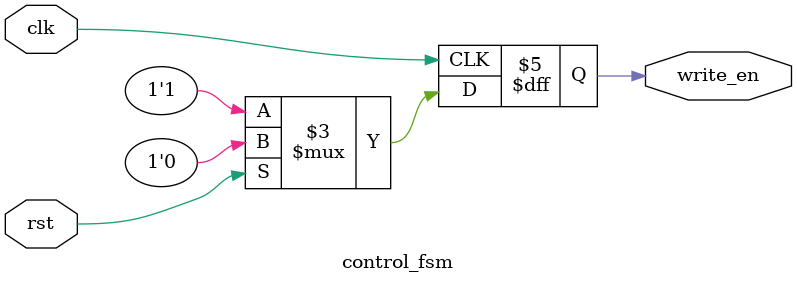
<source format=v>
module control_fsm (
    input clk,
    input rst,
    output reg write_en
);
    always @(posedge clk) begin
        if (rst)
            write_en <= 1'b0;
        else
            write_en <= 1'b1;
    end
endmodule

</source>
